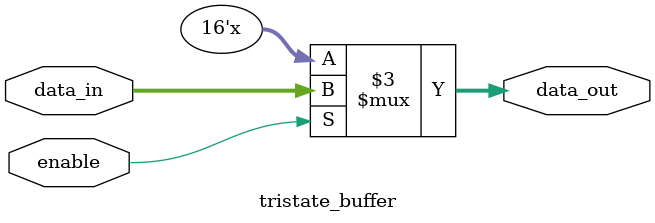
<source format=sv>
module tristate_mux_top(
    input [15:0] input_bus_a,
    input [15:0] input_bus_b,
    input select,
    input output_enable,
    output [15:0] muxed_bus
);

    wire [15:0] mux_output;

    mux_2to1 mux_inst(
        .input_a(input_bus_a),
        .input_b(input_bus_b),
        .select(select),
        .mux_out(mux_output)
    );

    tristate_buffer tristate_inst(
        .data_in(mux_output),
        .enable(output_enable),
        .data_out(muxed_bus)
    );

endmodule

module mux_2to1(
    input [15:0] input_a,
    input [15:0] input_b,
    input select,
    output reg [15:0] mux_out
);
    always @(*) begin
        if (select) begin
            mux_out = input_b;
        end else begin
            mux_out = input_a;
        end
    end
endmodule

module tristate_buffer(
    input [15:0] data_in,
    input enable,
    output reg [15:0] data_out
);
    always @(*) begin
        if (enable) begin
            data_out = data_in;
        end else begin
            data_out = 16'bz;
        end
    end
endmodule
</source>
